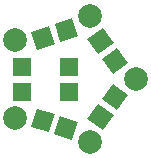
<source format=gts>
G04 #@! TF.FileFunction,Soldermask,Top*
%FSLAX46Y46*%
G04 Gerber Fmt 4.6, Leading zero omitted, Abs format (unit mm)*
G04 Created by KiCad (PCBNEW 4.0.5+dfsg1-4) date Tue Feb 14 02:46:29 2017*
%MOMM*%
%LPD*%
G01*
G04 APERTURE LIST*
%ADD10C,0.100000*%
%ADD11C,2.000000*%
%ADD12R,1.598880X1.598880*%
G04 APERTURE END LIST*
D10*
D11*
X11170000Y-6400000D03*
X7270000Y-1030000D03*
X970000Y-9700000D03*
X970000Y-3080000D03*
X7270000Y-11750000D03*
D10*
G36*
X6285030Y-10030893D02*
X5790949Y-11551518D01*
X4270324Y-11057437D01*
X4764405Y-9536812D01*
X6285030Y-10030893D01*
X6285030Y-10030893D01*
G37*
G36*
X4289676Y-9382563D02*
X3795595Y-10903188D01*
X2274970Y-10409107D01*
X2769051Y-8888482D01*
X4289676Y-9382563D01*
X4289676Y-9382563D01*
G37*
G36*
X7056742Y-2994463D02*
X8350264Y-2054665D01*
X9290062Y-3348187D01*
X7996540Y-4287985D01*
X7056742Y-2994463D01*
X7056742Y-2994463D01*
G37*
G36*
X8289938Y-4691813D02*
X9583460Y-3752015D01*
X10523258Y-5045537D01*
X9229736Y-5985335D01*
X8289938Y-4691813D01*
X8289938Y-4691813D01*
G37*
G36*
X5800949Y-1228482D02*
X6295030Y-2749107D01*
X4774405Y-3243188D01*
X4280324Y-1722563D01*
X5800949Y-1228482D01*
X5800949Y-1228482D01*
G37*
G36*
X3805595Y-1876812D02*
X4299676Y-3397437D01*
X2779051Y-3891518D01*
X2284970Y-2370893D01*
X3805595Y-1876812D01*
X3805595Y-1876812D01*
G37*
D12*
X5530000Y-5340980D03*
X5530000Y-7439020D03*
X1500000Y-5340980D03*
X1500000Y-7439020D03*
D10*
G36*
X9229736Y-6794665D02*
X10523258Y-7734463D01*
X9583460Y-9027985D01*
X8289938Y-8088187D01*
X9229736Y-6794665D01*
X9229736Y-6794665D01*
G37*
G36*
X7996540Y-8492015D02*
X9290062Y-9431813D01*
X8350264Y-10725335D01*
X7056742Y-9785537D01*
X7996540Y-8492015D01*
X7996540Y-8492015D01*
G37*
M02*

</source>
